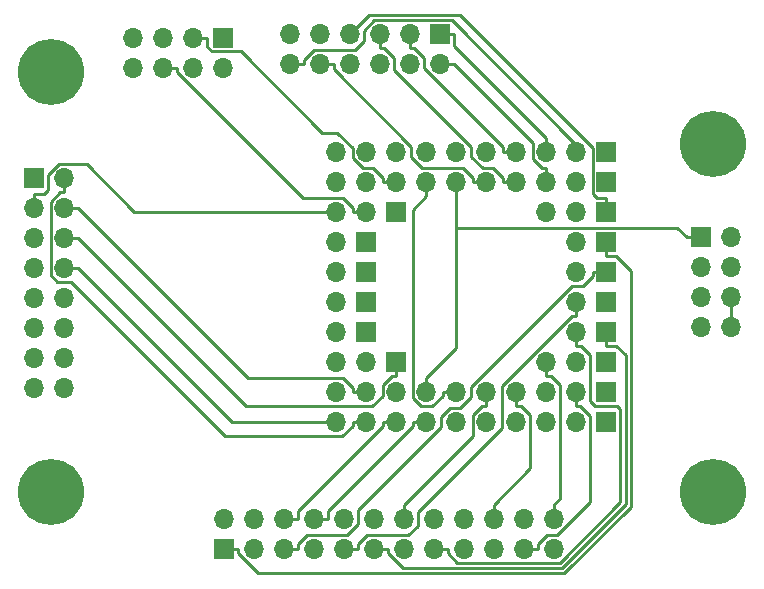
<source format=gbr>
%TF.GenerationSoftware,KiCad,Pcbnew,(6.0.2-0)*%
%TF.CreationDate,2022-07-14T16:09:16+02:00*%
%TF.ProjectId,micronix,6d696372-6f6e-4697-982e-6b696361645f,rev?*%
%TF.SameCoordinates,Original*%
%TF.FileFunction,Copper,L2,Bot*%
%TF.FilePolarity,Positive*%
%FSLAX46Y46*%
G04 Gerber Fmt 4.6, Leading zero omitted, Abs format (unit mm)*
G04 Created by KiCad (PCBNEW (6.0.2-0)) date 2022-07-14 16:09:16*
%MOMM*%
%LPD*%
G01*
G04 APERTURE LIST*
%TA.AperFunction,ComponentPad*%
%ADD10C,5.600000*%
%TD*%
%TA.AperFunction,ComponentPad*%
%ADD11R,1.700000X1.700000*%
%TD*%
%TA.AperFunction,ComponentPad*%
%ADD12O,1.700000X1.700000*%
%TD*%
%TA.AperFunction,Conductor*%
%ADD13C,0.250000*%
%TD*%
G04 APERTURE END LIST*
D10*
%TO.P,REF2,1*%
%TO.N,N/C*%
X78425000Y-158000000D03*
%TD*%
%TO.P,REF3,1*%
%TO.N,N/C*%
X78425000Y-187480000D03*
%TD*%
%TO.P,REF4,1*%
%TO.N,N/C*%
X22425000Y-151920000D03*
%TD*%
%TO.P,REF1,1*%
%TO.N,N/C*%
X22425000Y-187480000D03*
%TD*%
D11*
%TO.P,CPU_V_AUX1,1,Pin_1*%
%TO.N,/D9*%
X77425000Y-165920000D03*
D12*
%TO.P,CPU_V_AUX1,2,Pin_2*%
X79965000Y-165920000D03*
%TO.P,CPU_V_AUX1,3,Pin_3*%
%TO.N,unconnected-(CPU_V_AUX1-Pad3)*%
X77425000Y-168460000D03*
%TO.P,CPU_V_AUX1,4,Pin_4*%
%TO.N,unconnected-(CPU_V_AUX1-Pad4)*%
X79965000Y-168460000D03*
%TO.P,CPU_V_AUX1,5,Pin_5*%
%TO.N,unconnected-(CPU_V_AUX1-Pad5)*%
X77425000Y-171000000D03*
%TO.P,CPU_V_AUX1,6,Pin_6*%
%TO.N,/D2*%
X79965000Y-171000000D03*
%TO.P,CPU_V_AUX1,7,Pin_7*%
%TO.N,/E1*%
X77425000Y-173540000D03*
%TO.P,CPU_V_AUX1,8,Pin_8*%
%TO.N,/D2*%
X79965000Y-173540000D03*
%TD*%
D11*
%TO.P,CPU_BUS_CONTROL1,1,Pin_1*%
%TO.N,/D1*%
X37000000Y-149000000D03*
D12*
%TO.P,CPU_BUS_CONTROL1,2,Pin_2*%
%TO.N,/B1*%
X37000000Y-151540000D03*
%TO.P,CPU_BUS_CONTROL1,3,Pin_3*%
%TO.N,/C2*%
X34460000Y-149000000D03*
%TO.P,CPU_BUS_CONTROL1,4,Pin_4*%
%TO.N,/B2*%
X34460000Y-151540000D03*
%TO.P,CPU_BUS_CONTROL1,5,Pin_5*%
%TO.N,/C1*%
X31920000Y-149000000D03*
%TO.P,CPU_BUS_CONTROL1,6,Pin_6*%
%TO.N,/B3*%
X31920000Y-151540000D03*
%TO.P,CPU_BUS_CONTROL1,7,Pin_7*%
%TO.N,/A2*%
X29380000Y-149000000D03*
%TO.P,CPU_BUS_CONTROL1,8,Pin_8*%
%TO.N,/C3*%
X29380000Y-151540000D03*
%TD*%
D11*
%TO.P,CPU_PC_STAT_SC_IC1,1,Pin_1*%
%TO.N,/H1*%
X55350000Y-148725000D03*
D12*
%TO.P,CPU_PC_STAT_SC_IC1,2,Pin_2*%
%TO.N,/H2*%
X55350000Y-151265000D03*
%TO.P,CPU_PC_STAT_SC_IC1,3,Pin_3*%
%TO.N,/G1*%
X52810000Y-148725000D03*
%TO.P,CPU_PC_STAT_SC_IC1,4,Pin_4*%
%TO.N,/H3*%
X52810000Y-151265000D03*
%TO.P,CPU_PC_STAT_SC_IC1,5,Pin_5*%
%TO.N,/G2*%
X50270000Y-148725000D03*
%TO.P,CPU_PC_STAT_SC_IC1,6,Pin_6*%
%TO.N,/J2*%
X50270000Y-151265000D03*
%TO.P,CPU_PC_STAT_SC_IC1,7,Pin_7*%
%TO.N,/K3*%
X47730000Y-148725000D03*
%TO.P,CPU_PC_STAT_SC_IC1,8,Pin_8*%
%TO.N,/F1*%
X47730000Y-151265000D03*
%TO.P,CPU_PC_STAT_SC_IC1,9,Pin_9*%
%TO.N,/J3*%
X45190000Y-148725000D03*
%TO.P,CPU_PC_STAT_SC_IC1,10,Pin_10*%
%TO.N,/F2*%
X45190000Y-151265000D03*
%TO.P,CPU_PC_STAT_SC_IC1,11,Pin_11*%
%TO.N,/K2*%
X42650000Y-148725000D03*
%TO.P,CPU_PC_STAT_SC_IC1,12,Pin_12*%
%TO.N,/J1*%
X42650000Y-151265000D03*
%TD*%
D11*
%TO.P,CPU_DATA_BUS1,1,Pin_1*%
%TO.N,/B4*%
X21000000Y-160920000D03*
D12*
%TO.P,CPU_DATA_BUS1,2,Pin_2*%
%TO.N,/B10*%
X23540000Y-160920000D03*
%TO.P,CPU_DATA_BUS1,3,Pin_3*%
%TO.N,/A3*%
X21000000Y-163460000D03*
%TO.P,CPU_DATA_BUS1,4,Pin_4*%
%TO.N,/B9*%
X23540000Y-163460000D03*
%TO.P,CPU_DATA_BUS1,5,Pin_5*%
%TO.N,/A4*%
X21000000Y-166000000D03*
%TO.P,CPU_DATA_BUS1,6,Pin_6*%
%TO.N,/C8*%
X23540000Y-166000000D03*
%TO.P,CPU_DATA_BUS1,7,Pin_7*%
%TO.N,/B5*%
X21000000Y-168540000D03*
%TO.P,CPU_DATA_BUS1,8,Pin_8*%
%TO.N,/A10*%
X23540000Y-168540000D03*
%TO.P,CPU_DATA_BUS1,9,Pin_9*%
%TO.N,/A5*%
X21000000Y-171080000D03*
%TO.P,CPU_DATA_BUS1,10,Pin_10*%
%TO.N,/B8*%
X23540000Y-171080000D03*
%TO.P,CPU_DATA_BUS1,11,Pin_11*%
%TO.N,/A6*%
X21000000Y-173620000D03*
%TO.P,CPU_DATA_BUS1,12,Pin_12*%
%TO.N,/A9*%
X23540000Y-173620000D03*
%TO.P,CPU_DATA_BUS1,13,Pin_13*%
%TO.N,/B6*%
X21000000Y-176160000D03*
%TO.P,CPU_DATA_BUS1,14,Pin_14*%
%TO.N,/B7*%
X23540000Y-176160000D03*
%TO.P,CPU_DATA_BUS1,15,Pin_15*%
%TO.N,/A7*%
X21000000Y-178700000D03*
%TO.P,CPU_DATA_BUS1,16,Pin_16*%
%TO.N,/A8*%
X23540000Y-178700000D03*
%TD*%
D11*
%TO.P,CPU_ADDRESS_BUS1,1,Pin_1*%
%TO.N,/K4*%
X37025000Y-192275000D03*
D12*
%TO.P,CPU_ADDRESS_BUS1,2,Pin_2*%
%TO.N,/D9*%
X37025000Y-189735000D03*
%TO.P,CPU_ADDRESS_BUS1,3,Pin_3*%
%TO.N,/J5*%
X39565000Y-192275000D03*
%TO.P,CPU_ADDRESS_BUS1,4,Pin_4*%
%TO.N,/C9*%
X39565000Y-189735000D03*
%TO.P,CPU_ADDRESS_BUS1,5,Pin_5*%
%TO.N,/K5*%
X42105000Y-192275000D03*
%TO.P,CPU_ADDRESS_BUS1,6,Pin_6*%
%TO.N,/C10*%
X42105000Y-189735000D03*
%TO.P,CPU_ADDRESS_BUS1,7,Pin_7*%
%TO.N,/K6*%
X44645000Y-192275000D03*
%TO.P,CPU_ADDRESS_BUS1,8,Pin_8*%
%TO.N,/D10*%
X44645000Y-189735000D03*
%TO.P,CPU_ADDRESS_BUS1,9,Pin_9*%
%TO.N,/J6*%
X47185000Y-192275000D03*
%TO.P,CPU_ADDRESS_BUS1,10,Pin_10*%
%TO.N,/E10*%
X47185000Y-189735000D03*
%TO.P,CPU_ADDRESS_BUS1,11,Pin_11*%
%TO.N,/K7*%
X49725000Y-192275000D03*
%TO.P,CPU_ADDRESS_BUS1,12,Pin_12*%
%TO.N,/F10*%
X49725000Y-189735000D03*
%TO.P,CPU_ADDRESS_BUS1,13,Pin_13*%
%TO.N,/K8*%
X52265000Y-192275000D03*
%TO.P,CPU_ADDRESS_BUS1,14,Pin_14*%
%TO.N,/F9*%
X52265000Y-189735000D03*
%TO.P,CPU_ADDRESS_BUS1,15,Pin_15*%
%TO.N,/J7*%
X54805000Y-192275000D03*
%TO.P,CPU_ADDRESS_BUS1,16,Pin_16*%
%TO.N,/G10*%
X54805000Y-189735000D03*
%TO.P,CPU_ADDRESS_BUS1,17,Pin_17*%
%TO.N,/K9*%
X57345000Y-192275000D03*
%TO.P,CPU_ADDRESS_BUS1,18,Pin_18*%
%TO.N,/H10*%
X57345000Y-189735000D03*
%TO.P,CPU_ADDRESS_BUS1,19,Pin_19*%
%TO.N,/J8*%
X59885000Y-192275000D03*
%TO.P,CPU_ADDRESS_BUS1,20,Pin_20*%
%TO.N,/G9*%
X59885000Y-189735000D03*
%TO.P,CPU_ADDRESS_BUS1,21,Pin_21*%
%TO.N,/J9*%
X62425000Y-192275000D03*
%TO.P,CPU_ADDRESS_BUS1,22,Pin_22*%
%TO.N,/J10*%
X62425000Y-189735000D03*
%TO.P,CPU_ADDRESS_BUS1,23,Pin_23*%
%TO.N,/H9*%
X64965000Y-192275000D03*
%TO.P,CPU_ADDRESS_BUS1,24,Pin_24*%
%TO.N,/H8*%
X64965000Y-189735000D03*
%TD*%
D11*
%TO.P,CPUCOL3-1,1,Pin_1*%
%TO.N,/K3*%
X69425000Y-163760000D03*
D12*
%TO.P,CPUCOL3-1,2,Pin_2*%
%TO.N,/J3*%
X66885000Y-163760000D03*
%TO.P,CPUCOL3-1,3,Pin_3*%
%TO.N,/H3*%
X64345000Y-163760000D03*
%TD*%
D11*
%TO.P,CPUCOL5-2,1,Pin_1*%
%TO.N,/B5*%
X49105000Y-168840000D03*
D12*
%TO.P,CPUCOL5-2,2,Pin_2*%
%TO.N,/A5*%
X46565000Y-168840000D03*
%TD*%
D11*
%TO.P,CPUCOL1,1,Pin_1*%
%TO.N,/K1*%
X69425000Y-158680000D03*
D12*
%TO.P,CPUCOL1,2,Pin_2*%
%TO.N,/J1*%
X66885000Y-158680000D03*
%TO.P,CPUCOL1,3,Pin_3*%
%TO.N,/H1*%
X64345000Y-158680000D03*
%TO.P,CPUCOL1,4,Pin_4*%
%TO.N,/G1*%
X61805000Y-158680000D03*
%TO.P,CPUCOL1,5,Pin_5*%
%TO.N,/F1*%
X59265000Y-158680000D03*
%TO.P,CPUCOL1,6,Pin_6*%
%TO.N,/E1*%
X56725000Y-158680000D03*
%TO.P,CPUCOL1,7,Pin_7*%
%TO.N,/D1*%
X54185000Y-158680000D03*
%TO.P,CPUCOL1,8,Pin_8*%
%TO.N,/C1*%
X51645000Y-158680000D03*
%TO.P,CPUCOL1,9,Pin_9*%
%TO.N,/B1*%
X49105000Y-158680000D03*
%TO.P,CPUCOL1,10,Pin_10*%
%TO.N,/A1*%
X46565000Y-158680000D03*
%TD*%
D11*
%TO.P,CPUCOL5-1,1,Pin_1*%
%TO.N,/K5*%
X69425000Y-168840000D03*
D12*
%TO.P,CPUCOL5-1,2,Pin_2*%
%TO.N,/J5*%
X66885000Y-168840000D03*
%TD*%
D11*
%TO.P,CPUCOL7-2,1,Pin_1*%
%TO.N,/B7*%
X49105000Y-173920000D03*
D12*
%TO.P,CPUCOL7-2,2,Pin_2*%
%TO.N,/A7*%
X46565000Y-173920000D03*
%TD*%
D11*
%TO.P,CPUCOL7-1,1,Pin_1*%
%TO.N,/K7*%
X69425000Y-173920000D03*
D12*
%TO.P,CPUCOL7-1,2,Pin_2*%
%TO.N,/J7*%
X66885000Y-173920000D03*
%TD*%
D11*
%TO.P,CPUCOL8-1,1,Pin_1*%
%TO.N,/K8*%
X69425000Y-176460000D03*
D12*
%TO.P,CPUCOL8-1,2,Pin_2*%
%TO.N,/J8*%
X66885000Y-176460000D03*
%TO.P,CPUCOL8-1,3,Pin_3*%
%TO.N,/H8*%
X64345000Y-176460000D03*
%TD*%
D11*
%TO.P,CPUCOL4-1,1,Pin_1*%
%TO.N,/K4*%
X69425000Y-166300000D03*
D12*
%TO.P,CPUCOL4-1,2,Pin_2*%
%TO.N,/J4*%
X66885000Y-166300000D03*
%TD*%
D11*
%TO.P,CPUCOL2,1,Pin_1*%
%TO.N,/K2*%
X69425000Y-161220000D03*
D12*
%TO.P,CPUCOL2,2,Pin_2*%
%TO.N,/J2*%
X66885000Y-161220000D03*
%TO.P,CPUCOL2,3,Pin_3*%
%TO.N,/H2*%
X64345000Y-161220000D03*
%TO.P,CPUCOL2,4,Pin_4*%
%TO.N,/G2*%
X61805000Y-161220000D03*
%TO.P,CPUCOL2,5,Pin_5*%
%TO.N,/F2*%
X59265000Y-161220000D03*
%TO.P,CPUCOL2,6,Pin_6*%
%TO.N,/D9*%
X56725000Y-161220000D03*
%TO.P,CPUCOL2,7,Pin_7*%
%TO.N,/D2*%
X54185000Y-161220000D03*
%TO.P,CPUCOL2,8,Pin_8*%
%TO.N,/C2*%
X51645000Y-161220000D03*
%TO.P,CPUCOL2,9,Pin_9*%
%TO.N,/B2*%
X49105000Y-161220000D03*
%TO.P,CPUCOL2,10,Pin_10*%
%TO.N,/A2*%
X46565000Y-161220000D03*
%TD*%
D11*
%TO.P,CPUCOL3-2,1,Pin_1*%
%TO.N,/C3*%
X51645000Y-163760000D03*
D12*
%TO.P,CPUCOL3-2,2,Pin_2*%
%TO.N,/B3*%
X49105000Y-163760000D03*
%TO.P,CPUCOL3-2,3,Pin_3*%
%TO.N,/A3*%
X46565000Y-163760000D03*
%TD*%
D11*
%TO.P,CPUCOL6-2,1,Pin_1*%
%TO.N,/B6*%
X49105000Y-171380000D03*
D12*
%TO.P,CPUCOL6-2,2,Pin_2*%
%TO.N,/A6*%
X46565000Y-171380000D03*
%TD*%
D11*
%TO.P,CPUCOL8-2,1,Pin_1*%
%TO.N,/C8*%
X51645000Y-176460000D03*
D12*
%TO.P,CPUCOL8-2,2,Pin_2*%
%TO.N,/B8*%
X49105000Y-176460000D03*
%TO.P,CPUCOL8-2,3,Pin_3*%
%TO.N,/A8*%
X46565000Y-176460000D03*
%TD*%
D11*
%TO.P,CPUCOL4-2,1,Pin_1*%
%TO.N,/B4*%
X49105000Y-166300000D03*
D12*
%TO.P,CPUCOL4-2,2,Pin_2*%
%TO.N,/A4*%
X46565000Y-166300000D03*
%TD*%
D11*
%TO.P,CPUCOL10,1,Pin_1*%
%TO.N,/K10*%
X69425000Y-181540000D03*
D12*
%TO.P,CPUCOL10,2,Pin_2*%
%TO.N,/J10*%
X66885000Y-181540000D03*
%TO.P,CPUCOL10,3,Pin_3*%
%TO.N,/H10*%
X64345000Y-181540000D03*
%TO.P,CPUCOL10,4,Pin_4*%
%TO.N,/G10*%
X61805000Y-181540000D03*
%TO.P,CPUCOL10,5,Pin_5*%
%TO.N,/F10*%
X59265000Y-181540000D03*
%TO.P,CPUCOL10,6,Pin_6*%
%TO.N,/E10*%
X56725000Y-181540000D03*
%TO.P,CPUCOL10,7,Pin_7*%
%TO.N,/D10*%
X54185000Y-181540000D03*
%TO.P,CPUCOL10,8,Pin_8*%
%TO.N,/C10*%
X51645000Y-181540000D03*
%TO.P,CPUCOL10,9,Pin_9*%
%TO.N,/B10*%
X49105000Y-181540000D03*
%TO.P,CPUCOL10,10,Pin_10*%
%TO.N,/A10*%
X46565000Y-181540000D03*
%TD*%
D11*
%TO.P,CPUCOL9,1,Pin_1*%
%TO.N,/K9*%
X69425000Y-179000000D03*
D12*
%TO.P,CPUCOL9,2,Pin_2*%
%TO.N,/J9*%
X66885000Y-179000000D03*
%TO.P,CPUCOL9,3,Pin_3*%
%TO.N,/H9*%
X64345000Y-179000000D03*
%TO.P,CPUCOL9,4,Pin_4*%
%TO.N,/G9*%
X61805000Y-179000000D03*
%TO.P,CPUCOL9,5,Pin_5*%
%TO.N,/F9*%
X59265000Y-179000000D03*
%TO.P,CPUCOL9,6,Pin_6*%
%TO.N,/D2*%
X56725000Y-179000000D03*
%TO.P,CPUCOL9,7,Pin_7*%
%TO.N,/D9*%
X54185000Y-179000000D03*
%TO.P,CPUCOL9,8,Pin_8*%
%TO.N,/C9*%
X51645000Y-179000000D03*
%TO.P,CPUCOL9,9,Pin_9*%
%TO.N,/B9*%
X49105000Y-179000000D03*
%TO.P,CPUCOL9,10,Pin_10*%
%TO.N,/A9*%
X46565000Y-179000000D03*
%TD*%
D11*
%TO.P,CPUCOL6-1,1,Pin_1*%
%TO.N,/K6*%
X69425000Y-171380000D03*
D12*
%TO.P,CPUCOL6-1,2,Pin_2*%
%TO.N,/J6*%
X66885000Y-171380000D03*
%TD*%
D13*
%TO.N,/A10*%
X37715300Y-181540000D02*
X24715300Y-168540000D01*
X46565000Y-181540000D02*
X37715300Y-181540000D01*
X23540000Y-168540000D02*
X24715300Y-168540000D01*
%TO.N,/B10*%
X23172600Y-162095300D02*
X23540000Y-162095300D01*
X22364700Y-162903200D02*
X23172600Y-162095300D01*
X22364700Y-169133100D02*
X22364700Y-162903200D01*
X22947000Y-169715400D02*
X22364700Y-169133100D01*
X24075600Y-169715400D02*
X22947000Y-169715400D01*
X37116200Y-182756000D02*
X24075600Y-169715400D01*
X47081000Y-182756000D02*
X37116200Y-182756000D01*
X47929700Y-181907300D02*
X47081000Y-182756000D01*
X47929700Y-181540000D02*
X47929700Y-181907300D01*
X49105000Y-181540000D02*
X47929700Y-181540000D01*
X23540000Y-160920000D02*
X23540000Y-162095300D01*
%TO.N,/C10*%
X43280300Y-189096800D02*
X43280300Y-189735000D01*
X50469700Y-181907400D02*
X43280300Y-189096800D01*
X50469700Y-181540000D02*
X50469700Y-181907400D01*
X51645000Y-181540000D02*
X50469700Y-181540000D01*
X42105000Y-189735000D02*
X43280300Y-189735000D01*
%TO.N,/D10*%
X45820300Y-189062900D02*
X45820300Y-189735000D01*
X53009700Y-181873500D02*
X45820300Y-189062900D01*
X53009700Y-181540000D02*
X53009700Y-181873500D01*
X54185000Y-181540000D02*
X53009700Y-181540000D01*
X44645000Y-189735000D02*
X45820300Y-189735000D01*
%TO.N,/B9*%
X39080000Y-177824700D02*
X24715300Y-163460000D01*
X47121800Y-177824700D02*
X39080000Y-177824700D01*
X47929700Y-178632600D02*
X47121800Y-177824700D01*
X47929700Y-179000000D02*
X47929700Y-178632600D01*
X49105000Y-179000000D02*
X47929700Y-179000000D01*
X23540000Y-163460000D02*
X24715300Y-163460000D01*
%TO.N,/D9*%
X54185000Y-179000000D02*
X54185000Y-177824700D01*
X77425000Y-165920000D02*
X76249700Y-165920000D01*
X75415300Y-165085600D02*
X76249700Y-165920000D01*
X56725000Y-165085600D02*
X75415300Y-165085600D01*
X56725000Y-175284700D02*
X56725000Y-165085600D01*
X54185000Y-177824700D02*
X56725000Y-175284700D01*
X56725000Y-165085600D02*
X56725000Y-161220000D01*
%TO.N,/F9*%
X58089700Y-182735000D02*
X52265000Y-188559700D01*
X58089700Y-180983200D02*
X58089700Y-182735000D01*
X58897600Y-180175300D02*
X58089700Y-180983200D01*
X59265000Y-180175300D02*
X58897600Y-180175300D01*
X59265000Y-179000000D02*
X59265000Y-180175300D01*
X52265000Y-189735000D02*
X52265000Y-188559700D01*
%TO.N,/G9*%
X62172400Y-180175300D02*
X61805000Y-180175300D01*
X62980300Y-180983200D02*
X62172400Y-180175300D01*
X62980300Y-185464400D02*
X62980300Y-180983200D01*
X59885000Y-188559700D02*
X62980300Y-185464400D01*
X59885000Y-189735000D02*
X59885000Y-188559700D01*
X61805000Y-179000000D02*
X61805000Y-180175300D01*
%TO.N,/J9*%
X63600300Y-191907600D02*
X63600300Y-192275000D01*
X64408200Y-191099700D02*
X63600300Y-191907600D01*
X65264200Y-191099700D02*
X64408200Y-191099700D01*
X68066400Y-188297500D02*
X65264200Y-191099700D01*
X68066400Y-181036100D02*
X68066400Y-188297500D01*
X67205600Y-180175300D02*
X68066400Y-181036100D01*
X66885000Y-180175300D02*
X67205600Y-180175300D01*
X66885000Y-179000000D02*
X66885000Y-180175300D01*
X62425000Y-192275000D02*
X63600300Y-192275000D01*
%TO.N,/C8*%
X38925700Y-180210400D02*
X24715300Y-166000000D01*
X49575900Y-180210400D02*
X38925700Y-180210400D01*
X50469700Y-179316600D02*
X49575900Y-180210400D01*
X50469700Y-178443200D02*
X50469700Y-179316600D01*
X51277600Y-177635300D02*
X50469700Y-178443200D01*
X51645000Y-177635300D02*
X51277600Y-177635300D01*
X51645000Y-176460000D02*
X51645000Y-177635300D01*
X23540000Y-166000000D02*
X24715300Y-166000000D01*
%TO.N,/H8*%
X65523500Y-188001200D02*
X64965000Y-188559700D01*
X65523500Y-178446500D02*
X65523500Y-188001200D01*
X64712300Y-177635300D02*
X65523500Y-178446500D01*
X64345000Y-177635300D02*
X64712300Y-177635300D01*
X64345000Y-176460000D02*
X64345000Y-177635300D01*
X64965000Y-189735000D02*
X64965000Y-188559700D01*
%TO.N,/J7*%
X66885000Y-173920000D02*
X66885000Y-175095300D01*
X54805000Y-192275000D02*
X55980300Y-192275000D01*
X55980300Y-192642400D02*
X55980300Y-192275000D01*
X56788200Y-193450300D02*
X55980300Y-192642400D01*
X65459700Y-193450300D02*
X56788200Y-193450300D01*
X70600400Y-188309600D02*
X65459700Y-193450300D01*
X70600400Y-180445400D02*
X70600400Y-188309600D01*
X70330400Y-180175400D02*
X70600400Y-180445400D01*
X68440300Y-180175400D02*
X70330400Y-180175400D01*
X68060300Y-179795400D02*
X68440300Y-180175400D01*
X68060300Y-175903200D02*
X68060300Y-179795400D01*
X67252400Y-175095300D02*
X68060300Y-175903200D01*
X66885000Y-175095300D02*
X67252400Y-175095300D01*
%TO.N,/K7*%
X69425000Y-173920000D02*
X69425000Y-175095300D01*
X49725000Y-192275000D02*
X50900300Y-192275000D01*
X50900300Y-192642300D02*
X50900300Y-192275000D01*
X52178100Y-193920100D02*
X50900300Y-192642300D01*
X65659800Y-193920100D02*
X52178100Y-193920100D01*
X71050800Y-188529100D02*
X65659800Y-193920100D01*
X71050800Y-175913100D02*
X71050800Y-188529100D01*
X70233000Y-175095300D02*
X71050800Y-175913100D01*
X69425000Y-175095300D02*
X70233000Y-175095300D01*
%TO.N,/J6*%
X48360300Y-191907600D02*
X48360300Y-192275000D01*
X49168200Y-191099700D02*
X48360300Y-191907600D01*
X52668700Y-191099700D02*
X49168200Y-191099700D01*
X53440400Y-190328000D02*
X52668700Y-191099700D01*
X53440400Y-189199400D02*
X53440400Y-190328000D01*
X60578100Y-182061700D02*
X53440400Y-189199400D01*
X60578100Y-178494900D02*
X60578100Y-182061700D01*
X66517700Y-172555300D02*
X60578100Y-178494900D01*
X66885000Y-172555300D02*
X66517700Y-172555300D01*
X66885000Y-171380000D02*
X66885000Y-172555300D01*
X47185000Y-192275000D02*
X48360300Y-192275000D01*
%TO.N,/K5*%
X43280300Y-191907600D02*
X43280300Y-192275000D01*
X44088200Y-191099700D02*
X43280300Y-191907600D01*
X47485400Y-191099700D02*
X44088200Y-191099700D01*
X48421600Y-190163500D02*
X47485400Y-191099700D01*
X48421600Y-188990100D02*
X48421600Y-190163500D01*
X55455000Y-181956700D02*
X48421600Y-188990100D01*
X55455000Y-181109000D02*
X55455000Y-181956700D01*
X56199400Y-180364600D02*
X55455000Y-181109000D01*
X57052300Y-180364600D02*
X56199400Y-180364600D01*
X57977100Y-179439800D02*
X57052300Y-180364600D01*
X57977100Y-178547700D02*
X57977100Y-179439800D01*
X66509500Y-170015300D02*
X57977100Y-178547700D01*
X67441800Y-170015300D02*
X66509500Y-170015300D01*
X68249700Y-169207400D02*
X67441800Y-170015300D01*
X68249700Y-168840000D02*
X68249700Y-169207400D01*
X69425000Y-168840000D02*
X68249700Y-168840000D01*
X42105000Y-192275000D02*
X43280300Y-192275000D01*
%TO.N,/K4*%
X38200300Y-192642300D02*
X38200300Y-192275000D01*
X39929900Y-194371900D02*
X38200300Y-192642300D01*
X65846600Y-194371900D02*
X39929900Y-194371900D01*
X71501200Y-188717300D02*
X65846600Y-194371900D01*
X71501200Y-168743500D02*
X71501200Y-188717300D01*
X70233000Y-167475300D02*
X71501200Y-168743500D01*
X69425000Y-167475300D02*
X70233000Y-167475300D01*
X69425000Y-166300000D02*
X69425000Y-167475300D01*
X37025000Y-192275000D02*
X38200300Y-192275000D01*
%TO.N,/A3*%
X21808100Y-162284700D02*
X21000000Y-162284700D01*
X22175300Y-161917500D02*
X21808100Y-162284700D01*
X22175300Y-160622300D02*
X22175300Y-161917500D01*
X23071000Y-159726600D02*
X22175300Y-160622300D01*
X25425900Y-159726600D02*
X23071000Y-159726600D01*
X29459300Y-163760000D02*
X25425900Y-159726600D01*
X46565000Y-163760000D02*
X29459300Y-163760000D01*
X21000000Y-163460000D02*
X21000000Y-162284700D01*
%TO.N,/B3*%
X33095300Y-151907300D02*
X33095300Y-151540000D01*
X43772700Y-162584700D02*
X33095300Y-151907300D01*
X47121800Y-162584700D02*
X43772700Y-162584700D01*
X47929700Y-163392600D02*
X47121800Y-162584700D01*
X47929700Y-163760000D02*
X47929700Y-163392600D01*
X49105000Y-163760000D02*
X47929700Y-163760000D01*
X31920000Y-151540000D02*
X33095300Y-151540000D01*
%TO.N,/K3*%
X49359900Y-147095100D02*
X47730000Y-148725000D01*
X57000500Y-147095100D02*
X49359900Y-147095100D01*
X68249700Y-158344300D02*
X57000500Y-147095100D01*
X68249700Y-162217500D02*
X68249700Y-158344300D01*
X68616900Y-162584700D02*
X68249700Y-162217500D01*
X69425000Y-162584700D02*
X68616900Y-162584700D01*
X69425000Y-163760000D02*
X69425000Y-162584700D01*
%TO.N,/C2*%
X35635300Y-149808100D02*
X35635300Y-149000000D01*
X36002500Y-150175300D02*
X35635300Y-149808100D01*
X38496700Y-150175300D02*
X36002500Y-150175300D01*
X45369100Y-157047700D02*
X38496700Y-150175300D01*
X46595200Y-157047700D02*
X45369100Y-157047700D01*
X47929600Y-158382100D02*
X46595200Y-157047700D01*
X47929600Y-159169400D02*
X47929600Y-158382100D01*
X48804900Y-160044700D02*
X47929600Y-159169400D01*
X49661800Y-160044700D02*
X48804900Y-160044700D01*
X50469700Y-160852600D02*
X49661800Y-160044700D01*
X50469700Y-161220000D02*
X50469700Y-160852600D01*
X51645000Y-161220000D02*
X50469700Y-161220000D01*
X34460000Y-149000000D02*
X35635300Y-149000000D01*
%TO.N,/D2*%
X53009700Y-163570600D02*
X54185000Y-162395300D01*
X53009700Y-179489500D02*
X53009700Y-163570600D01*
X53735500Y-180215300D02*
X53009700Y-179489500D01*
X54701700Y-180215300D02*
X53735500Y-180215300D01*
X55549700Y-179367300D02*
X54701700Y-180215300D01*
X55549700Y-179000000D02*
X55549700Y-179367300D01*
X56725000Y-179000000D02*
X55549700Y-179000000D01*
X54185000Y-161220000D02*
X54185000Y-162395300D01*
X79965000Y-173540000D02*
X79965000Y-171000000D01*
%TO.N,/F2*%
X46365300Y-151687400D02*
X46365300Y-151265000D01*
X52915000Y-158237100D02*
X46365300Y-151687400D01*
X52915000Y-159111000D02*
X52915000Y-158237100D01*
X53848700Y-160044700D02*
X52915000Y-159111000D01*
X57281800Y-160044700D02*
X53848700Y-160044700D01*
X58089700Y-160852600D02*
X57281800Y-160044700D01*
X58089700Y-161220000D02*
X58089700Y-160852600D01*
X59265000Y-161220000D02*
X58089700Y-161220000D01*
X45190000Y-151265000D02*
X46365300Y-151265000D01*
%TO.N,/G2*%
X50637400Y-149900300D02*
X50270000Y-149900300D01*
X51445300Y-150708200D02*
X50637400Y-149900300D01*
X51445300Y-151712600D02*
X51445300Y-150708200D01*
X57995000Y-158262300D02*
X51445300Y-151712600D01*
X57995000Y-159094200D02*
X57995000Y-158262300D01*
X58945500Y-160044700D02*
X57995000Y-159094200D01*
X59821800Y-160044700D02*
X58945500Y-160044700D01*
X60629700Y-160852600D02*
X59821800Y-160044700D01*
X60629700Y-161220000D02*
X60629700Y-160852600D01*
X61805000Y-161220000D02*
X60629700Y-161220000D01*
X50270000Y-148725000D02*
X50270000Y-149900300D01*
%TO.N,/H2*%
X63169700Y-157909400D02*
X56525300Y-151265000D01*
X63169700Y-159236800D02*
X63169700Y-157909400D01*
X63977600Y-160044700D02*
X63169700Y-159236800D01*
X64345000Y-160044700D02*
X63977600Y-160044700D01*
X64345000Y-161220000D02*
X64345000Y-160044700D01*
X55350000Y-151265000D02*
X56525300Y-151265000D01*
%TO.N,/G1*%
X53177400Y-149900300D02*
X52810000Y-149900300D01*
X53985300Y-150708200D02*
X53177400Y-149900300D01*
X53985300Y-151588100D02*
X53985300Y-150708200D01*
X60629700Y-158232500D02*
X53985300Y-151588100D01*
X60629700Y-158680000D02*
X60629700Y-158232500D01*
X61805000Y-158680000D02*
X60629700Y-158680000D01*
X52810000Y-148725000D02*
X52810000Y-149900300D01*
%TO.N,/H1*%
X56525300Y-149685000D02*
X56525300Y-148725000D01*
X64345000Y-157504700D02*
X56525300Y-149685000D01*
X64345000Y-158680000D02*
X64345000Y-157504700D01*
X55350000Y-148725000D02*
X56525300Y-148725000D01*
%TO.N,/J1*%
X43825300Y-150897600D02*
X43825300Y-151265000D01*
X44633200Y-150089700D02*
X43825300Y-150897600D01*
X48123100Y-150089700D02*
X44633200Y-150089700D01*
X48905400Y-149307400D02*
X48123100Y-150089700D01*
X48905400Y-148423200D02*
X48905400Y-149307400D01*
X49783100Y-147545500D02*
X48905400Y-148423200D01*
X56332100Y-147545500D02*
X49783100Y-147545500D01*
X66885000Y-158098400D02*
X56332100Y-147545500D01*
X66885000Y-158680000D02*
X66885000Y-158098400D01*
X42650000Y-151265000D02*
X43825300Y-151265000D01*
%TD*%
M02*

</source>
